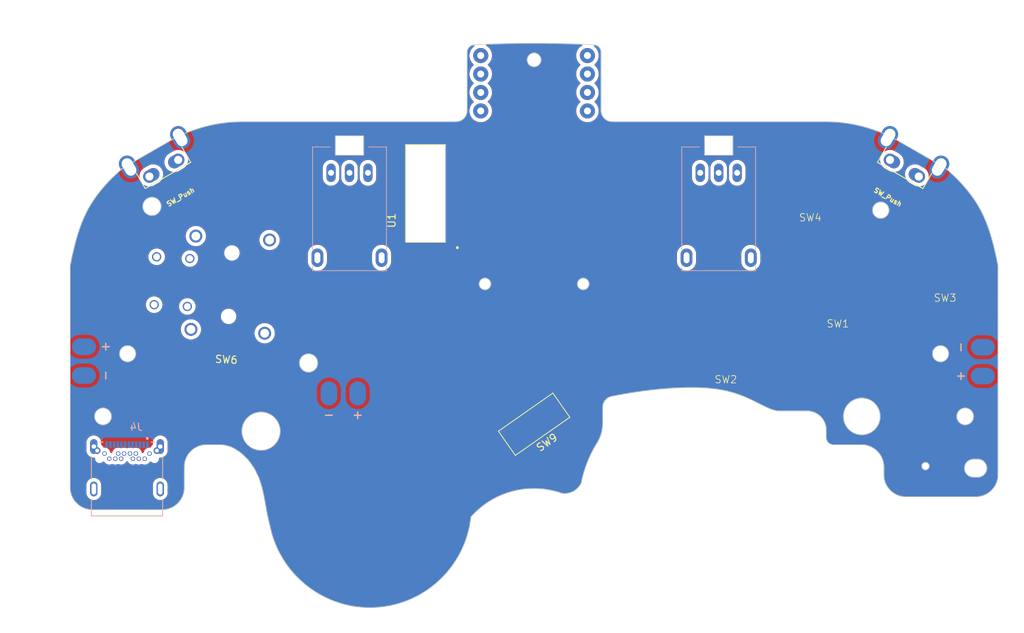
<source format=kicad_pcb>
(kicad_pcb (version 20221018) (generator pcbnew)
  (layers (0 "F.Cu" signal) (31 "B.Cu" signal) (34 "B.Paste" user) (35 "F.Paste" user) (36 "B.SilkS" user "B.Silkscreen") (37 "F.SilkS" user "F.Silkscreen") (38 "B.Mask" user) (39 "F.Mask" user) (44 "Edge.Cuts" user))
  (net 0 "")
  (net 41 "Net-(J4-GND-PadA1)")
  (net 44 "Net-(J4-VBUS-PadA4)")
  (net 59 "Net-(J4-SHIELD-PadSH1)")
  (net 68 "Net-(U1-GND-Pad1)")
  (footprint "hhl:YZ72015053P-01" (layer "F.Cu") (at 211.258657 88.0544)
    (fp_text reference "J7" hide)
    (fp_text value "Conn_01x01_Pin" hide)
  )
  (footprint "hhl:YZ72015053P-01" (layer "F.Cu") (at 225.708657 88.0544)
    (fp_text reference "J8" hide)
    (fp_text value "Conn_01x01_Pin" hide)
  )
  (footprint "hhl:progcc_bpad" (layer "F.Cu") (at 244.457313 124.14254)
    (fp_text reference "SW2")
    (fp_text value "SW_Push" hide)
  )
  (footprint "hhl:YZ72015053P-01" (layer "F.Cu") (at 225.708657 93.0544)
    (fp_text reference "J12" hide)
    (fp_text value "Conn_01x01_Pin" hide)
  )
  (footprint "hhl:YZ72015053P-01" (layer "F.Cu") (at 225.708657 85.5544)
    (fp_text reference "J6" hide)
    (fp_text value "Conn_01x01_Pin" hide)
  )
  (footprint "hhl:YZ72015053P-01" (layer "F.Cu") (at 225.708657 90.5544)
    (fp_text reference "J10" hide)
    (fp_text value "Conn_01x01_Pin" hide)
  )
  (footprint "hhl:progcc_bpad" (layer "F.Cu") (at 259.633657 116.5844)
    (fp_text reference "SW1")
    (fp_text value "SW_Push")
  )
  (footprint "hhl:progcc_dpad" (layer "F.Cu") (at 196.233657 154.3444 180)
    (fp_text reference "SW11" hide)
    (fp_text value "SW_Push" hide)
  )
  (footprint "hhl:progcc_bpad" (layer "F.Cu") (at 274.146617 113.094002)
    (fp_text reference "SW3")
    (fp_text value "SW_Push")
  )
  (footprint "hhl:GL18" (layer "F.Cu") (at 177.333662 116.5844 -3)
    (fp_text reference "SW6")
    (fp_text value "GL18_SW")
  )
  (footprint "hhl:progcc_dpad" (layer "F.Cu") (at 204.083657 146.4944 -90)
    (fp_text reference "SW13" hide)
    (fp_text value "SW_Push" hide)
  )
  (footprint "hhl:YZ72015053P-01" (layer "F.Cu") (at 211.258657 93.0544)
    (fp_text reference "J11" hide)
    (fp_text value "Conn_01x01_Pin" hide)
  )
  (footprint "hhl:Z_Switch_Edge_Omron" (layer "F.Cu") (at 168.332214 100.8094 30)
    (fp_text reference "SW7" hide)
    (fp_text value "SW_Push")
  )
  (footprint "hhl:Z_Switch_Edge_Omron" (layer "F.Cu") (at 268.6351 100.8094 -30)
    (fp_text reference "SW8" hide)
    (fp_text value "SW_Push")
  )
  (footprint "hhl:YZ72015053P-01" (layer "F.Cu") (at 211.258657 90.5544)
    (fp_text reference "J9" hide)
    (fp_text value "Conn_01x01_Pin" hide)
  )
  (footprint "hhl:snes_pad" (layer "F.Cu") (at 218.483657 116.4844)
    (fp_text reference "SW5" hide)
    (fp_text value "SW_Push")
  )
  (footprint "hhl:progcc_dpad" (layer "F.Cu") (at 188.383657 146.4944 90)
    (fp_text reference "SW12" hide)
    (fp_text value "SW_Push" hide)
  )
  (footprint "hhl:progcc_bpad" (layer "F.Cu") (at 255.891532 102.212626)
    (fp_text reference "SW4")
    (fp_text value "SW_Push")
  )
  (footprint "hhl:progcc_dpad" (layer "F.Cu") (at 196.233657 138.6444)
    (fp_text reference "SW10" hide)
    (fp_text value "SW_Push" hide)
  )
  (footprint "hhl:YZ72015053P-01" (layer "F.Cu") (at 211.258657 85.5544)
    (fp_text reference "J5" hide)
    (fp_text value "Conn_01x01_Pin" hide)
  )
  (footprint "hhl:MODULE_ESP32-PICO-MINI-02" (layer "F.Cu") (at 212.09 104.222 90)
    (fp_text reference "U1")
    (fp_text value "ESP32-PICO-MINI-02" hide)
  )
  (footprint "hhl:TS09" (layer "F.Cu") (at 218.483657 135.4844 35)
    (fp_text reference "SW9")
    (fp_text value "TS09-63-25-R-260-SMT")
  )
  (footprint "hhl:CUI_UJ31-CH-G1-SMT-TR" (layer "B.Cu") (at 166.103951 138.249694 180)
    (fp_text reference "J4")
    (fp_text value "UJ31-CH-G1-SMT-TR")
    (fp_line (start -2.05 -0.805) (end -2.05 -0.055) (stroke (width 0.01)) (layer "Edge.Cuts"))
    (fp_line (start -1.45 -0.555) (end -1.3 -0.555) (stroke (width 0.01)) (layer "Edge.Cuts"))
    (fp_line (start -1.45 -0.055) (end -1.45 -0.555) (stroke (width 0.01)) (layer "Edge.Cuts"))
    (fp_line (start -1.3 -1.055) (end -1.75 -1.055) (stroke (width 0.01)) (layer "Edge.Cuts"))
    (fp_line (start 6.8 -0.555) (end 6.95 -0.555) (stroke (width 0.01)) (layer "Edge.Cuts"))
    (fp_line (start 6.95 -0.555) (end 6.95 -0.055) (stroke (width 0.01)) (layer "Edge.Cuts"))
    (fp_line (start 7.25 -1.055) (end 6.8 -1.055) (stroke (width 0.01)) (layer "Edge.Cuts"))
    (fp_line (start 7.55 -0.055) (end 7.55 -0.805) (stroke (width 0.01)) (layer "Edge.Cuts"))
    (fp_arc (start -2.05 -0.805) (mid -1.951777 -0.992132) (end -1.75 -1.055) (stroke (width 0.01)) (layer "Edge.Cuts"))
    (fp_arc (start -1.45 -0.055) (mid -1.75 0.245) (end -2.05 -0.055) (stroke (width 0.01)) (layer "Edge.Cuts"))
    (fp_arc (start -1.3 -1.055) (mid -1.05 -0.805) (end -1.3 -0.555) (stroke (width 0.01)) (layer "Edge.Cuts"))
    (fp_arc (start 6.8 -0.555) (mid 6.55 -0.805) (end 6.8 -1.055) (stroke (width 0.01)) (layer "Edge.Cuts"))
    (fp_arc (start 7.25 -1.055) (mid 7.451777 -0.992132) (end 7.55 -0.805) (stroke (width 0.01)) (layer "Edge.Cuts"))
    (fp_arc (start 7.55 -0.055) (mid 7.25 0.245) (end 6.95 -0.055) (stroke (width 0.01)) (layer "Edge.Cuts"))
  )
  (footprint "hhl:GCC_Slider" (layer "B.Cu") (at 243.483657 101.4344 180)
    (fp_text reference "RV2" hide)
    (fp_text value "Slider_GCC-Gamecube_MB")
  )
  (footprint "hhl:rumble_pins" (layer "B.Cu") (at 193.802 131.318 90)
    (fp_text reference "J1" hide)
    (fp_text value "Rumble" hide)
  )
  (footprint "hhl:rumble_pins" (layer "B.Cu") (at 279.2476 128.1684)
    (fp_text reference "J3" hide)
    (fp_text value "RT" hide)
  )
  (footprint "hhl:rumble_pins" (layer "B.Cu") (at 157.5308 125.7808 180)
    (fp_text reference "J2" hide)
    (fp_text value "LT" hide)
  )
  (footprint "hhl:GCC_Slider" (layer "B.Cu") (at 193.483657 101.4344 180)
    (fp_text reference "RV1" hide)
    (fp_text value "Slider_GCC-Gamecube_MB" hide)
  )
  (gr_circle (center 211.833657 116.4844) (end 211.054832 116.4844) (stroke (width 0.1)) (fill none) (layer "Edge.Cuts"))
  (gr_curve (pts (xy 210.98524 84.058545) (xy 210.766829 84.070956) (xy 210.550668 84.084038) (xy 210.336346 84.09788)) (stroke (width 0.1)) (layer "Edge.Cuts"))
  (gr_curve (pts (xy 228.450425 131.941646) (xy 228.287869 132.049934) (xy 228.148018 132.188938) (xy 228.038744 132.350833)) (stroke (width 0.1)) (layer "Edge.Cuts"))
  (gr_arc (start 281.321867 142.31648) (mid 280.443187 144.4378) (end 278.321867 145.31648) (stroke (width 0.1)) (layer "Edge.Cuts"))
  (gr_arc (start 268.84115 145.31648) (mid 266.719829 144.437801) (end 265.84115 142.31648) (stroke (width 0.1)) (layer "Edge.Cuts"))
  (gr_arc (start 224.868706 143.478091) (mid 223.783102 144.589427) (end 222.251397 144.849207) (stroke (width 0.1)) (layer "Edge.Cuts"))
  (gr_curve (pts (xy 209.475667 84.71615) (xy 209.525103 84.595685) (xy 209.597596 84.486027) (xy 209.689065 84.393349)) (stroke (width 0.1)) (layer "Edge.Cuts"))
  (gr_curve (pts (xy 209.985538 84.186097) (xy 210.096137 84.135611) (xy 210.215021 84.105716) (xy 210.336346 84.09788)) (stroke (width 0.1)) (layer "Edge.Cuts"))
  (gr_circle (center 218.483657 86.139125) (end 217.558657 86.139125) (stroke (width 0.1)) (fill none) (layer "Edge.Cuts"))
  (gr_curve (pts (xy 218.483657 83.889125) (xy 219.717579 83.889125) (xy 220.962698 83.896331) (xy 222.195368 83.920253)) (stroke (width 0.1)) (layer "Edge.Cuts"))
  (gr_line (start 227.566517 92.997189) (end 227.566517 85.095801) (stroke (width 0.1)) (layer "Edge.Cuts"))
  (gr_line (start 257.94167 94.497189) (end 229.066517 94.497189) (stroke (width 0.1)) (layer "Edge.Cuts"))
  (gr_circle (center 225.133657 116.4844) (end 224.354832 116.4844) (stroke (width 0.1)) (fill none) (layer "Edge.Cuts"))
  (gr_curve (pts (xy 277.698333 104.472377) (xy 278.579232 105.662138) (xy 279.11995 106.707329) (xy 279.504817 107.586835)) (stroke (width 0.1)) (layer "Edge.Cuts"))
  (gr_circle (center 271.490173 141.15658) (end 271.990173 141.15658) (stroke (width 0.1)) (fill none) (layer "Edge.Cuts"))
  (gr_curve (pts (xy 228.038744 132.350833) (xy 227.955551 132.474088) (xy 227.891147 132.609031) (xy 227.847648 132.751231)) (stroke (width 0.1)) (layer "Edge.Cuts"))
  (gr_curve (pts (xy 181.179744 142.700619) (xy 180.817555 141.913749) (xy 180.682721 141.658293) (xy 180.53702 141.408821)) (stroke (width 0.1)) (layer "Edge.Cuts"))
  (gr_curve (pts (xy 177.575211 138.627852) (xy 176.905597 138.385261) (xy 176.683248 138.328324) (xy 176.027148 138.270923)) (stroke (width 0.1)) (layer "Edge.Cuts"))
  (gr_curve (pts (xy 182.699386 149.27362) (xy 182.72687 149.408449) (xy 182.757148 149.546503) (xy 182.790585 149.687817)) (stroke (width 0.1)) (layer "Edge.Cuts"))
  (gr_line (start 158.645447 147.06648) (end 168.126164 147.06648) (stroke (width 0.1)) (layer "Edge.Cuts"))
  (gr_arc (start 277.983657 142.63763) (mid 276.780427 141.4344) (end 277.983657 140.23117) (stroke (width 0.1)) (layer "Edge.Cuts"))
  (gr_curve (pts (xy 226.904305 138.215947) (xy 226.941754 138.154398) (xy 226.979619 138.093104) (xy 227.017898 138.03207)) (stroke (width 0.1)) (layer "Edge.Cuts"))
  (gr_curve (pts (xy 218.746843 144.205999) (xy 218.660073 144.20398) (xy 218.573326 144.20296) (xy 218.48662 144.202937)) (stroke (width 0.1)) (layer "Edge.Cuts"))
  (gr_line (start 277.983657 140.23117) (end 278.583657 140.23117) (stroke (width 0.1)) (layer "Edge.Cuts"))
  (gr_line (start 274.119567 100.731685) (end 267.916864 97.162383) (stroke (width 0.1)) (layer "Edge.Cuts"))
  (gr_line (start 207.900797 94.497189) (end 179.025644 94.497189) (stroke (width 0.1)) (layer "Edge.Cuts"))
  (gr_curve (pts (xy 183.592474 152.072652) (xy 183.753899 152.438227) (xy 183.93105 152.796559) (xy 184.123479 153.146811)) (stroke (width 0.1)) (layer "Edge.Cuts"))
  (gr_arc (start 209.400797 92.997189) (mid 208.961458 94.05785) (end 207.900797 94.497189) (stroke (width 0.1)) (layer "Edge.Cuts"))
  (gr_line (start 191.583657 99.0344) (end 191.583657 96.4344) (stroke (width 0.1)) (layer "Edge.Cuts"))
  (gr_line (start 251.641099 133.700615) (end 255.464183 133.700615) (stroke (width 0.1)) (layer "Edge.Cuts"))
  (gr_curve (pts (xy 214.350983 144.966617) (xy 213.046308 145.472242) (xy 211.84653 146.215857) (xy 210.812979 147.159782)) (stroke (width 0.1)) (layer "Edge.Cuts"))
  (gr_line (start 278.583657 142.63763) (end 277.983657 142.63763) (stroke (width 0.1)) (layer "Edge.Cuts"))
  (gr_curve (pts (xy 182.19411 146.945036) (xy 182.039961 146.076155) (xy 181.988599 145.787386) (xy 181.935863 145.499471)) (stroke (width 0.1)) (layer "Edge.Cuts"))
  (gr_arc (start 257.94167 94.497189) (mid 263.104222 95.174972) (end 267.916864 97.162383) (stroke (width 0.1)) (layer "Edge.Cuts"))
  (gr_curve (pts (xy 218.48662 144.202937) (xy 217.072892 144.19661) (xy 215.67029 144.455321) (xy 214.350983 144.966617)) (stroke (width 0.1)) (layer "Edge.Cuts"))
  (gr_curve (pts (xy 237.399724 130.596286) (xy 239.856103 130.452836) (xy 242.3811 130.487536) (xy 244.585609 130.996282)) (stroke (width 0.1)) (layer "Edge.Cuts"))
  (gr_curve (pts (xy 195.095996 160.287545) (xy 196.868072 160.43652) (xy 198.651799 160.240972) (xy 200.349124 159.711751)) (stroke (width 0.1)) (layer "Edge.Cuts"))
  (gr_curve (pts (xy 210.812979 147.159782) (xy 210.612051 147.343286) (xy 210.418107 147.533721) (xy 210.231462 147.730657)) (stroke (width 0.1)) (layer "Edge.Cuts"))
  (gr_curve (pts (xy 227.782036 135.375479) (xy 227.782036 135.843037) (xy 227.716453 136.308292) (xy 227.587206 136.757631)) (stroke (width 0.1)) (layer "Edge.Cuts"))
  (gr_line (start 171.126164 144.06648) (end 171.126164 141.270923) (stroke (width 0.1)) (layer "Edge.Cuts"))
  (gr_curve (pts (xy 222.195368 83.920253) (xy 223.460546 83.944805) (xy 224.724913 83.987106) (xy 225.982074 84.058545)) (stroke (width 0.1)) (layer "Edge.Cuts"))
  (gr_curve (pts (xy 228.986631 131.71939) (xy 231.661586 131.182071) (xy 234.493589 130.766002) (xy 237.399724 130.596286)) (stroke (width 0.1)) (layer "Edge.Cuts"))
  (gr_arc (start 169.05045 97.162383) (mid 173.863092 95.17497) (end 179.025644 94.497189) (stroke (width 0.1)) (layer "Edge.Cuts"))
  (gr_arc (start 259.039183 138.270923) (mid 258.332077 137.978029) (end 258.039183 137.270923) (stroke (width 0.1)) (layer "Edge.Cuts"))
  (gr_circle (center 181.503131 136.425615) (end 178.928131 136.425615) (stroke (width 0.1)) (fill none) (layer "Edge.Cuts"))
  (gr_line (start 174.126164 138.270923) (end 176.027148 138.270923) (stroke (width 0.1)) (layer "Edge.Cuts"))
  (gr_curve (pts (xy 180.53702 141.408821) (xy 180.048417 140.697589) (xy 179.872384 140.471314) (xy 179.687188 140.254247)) (stroke (width 0.1)) (layer "Edge.Cuts"))
  (gr_curve (pts (xy 222.251397 144.849207) (xy 221.12603 144.451387) (xy 219.943303 144.233847) (xy 218.746843 144.205999)) (stroke (width 0.1)) (layer "Edge.Cuts"))
  (gr_curve (pts (xy 224.868706 143.478091) (xy 225.234749 141.623158) (xy 225.921444 139.831345) (xy 226.904305 138.215947)) (stroke (width 0.1)) (layer "Edge.Cuts"))
  (gr_arc (start 171.126164 141.270923) (mid 172.004836 139.14959) (end 174.126164 138.270923) (stroke (width 0.1)) (layer "Edge.Cuts"))
  (gr_curve (pts (xy 225.982074 84.058545) (xy 226.200485 84.070956) (xy 226.416646 84.084038) (xy 226.630968 84.09788)) (stroke (width 0.1)) (layer "Edge.Cuts"))
  (gr_line (start 155.645447 113.9708) (end 155.645447 144.06648) (stroke (width 0.1)) (layer "Edge.Cuts"))
  (gr_curve (pts (xy 248.977801 132.718489) (xy 250.092166 133.286956) (xy 250.976537 133.700615) (xy 251.641099 133.700615)) (stroke (width 0.1)) (layer "Edge.Cuts"))
  (gr_curve (pts (xy 155.645447 113.9708) (xy 156.236131 111.000497) (xy 156.854323 108.698265) (xy 157.898092 106.668915)) (stroke (width 0.1)) (layer "Edge.Cuts"))
  (gr_curve (pts (xy 209.900259 148.421163) (xy 209.918425 148.288315) (xy 209.936591 148.155467) (xy 209.954757 148.022619)) (stroke (width 0.1)) (layer "Edge.Cuts"))
  (gr_curve (pts (xy 228.986631 131.71939) (xy 228.795134 131.757856) (xy 228.612981 131.833358) (xy 228.450425 131.941646)) (stroke (width 0.1)) (layer "Edge.Cuts"))
  (gr_circle (center 163.433657 125.9344) (end 162.347654 125.9344) (stroke (width 0.1)) (fill none) (layer "Edge.Cuts"))
  (gr_curve (pts (xy 178.675042 139.303544) (xy 178.02049 138.864176) (xy 177.79859 138.737898) (xy 177.575211 138.627852)) (stroke (width 0.1)) (layer "Edge.Cuts"))
  (gr_curve (pts (xy 227.587206 136.757631) (xy 227.457958 137.20697) (xy 227.26632 137.635967) (xy 227.017898 138.03207)) (stroke (width 0.1)) (layer "Edge.Cuts"))
  (gr_curve (pts (xy 205.10027 157.115775) (xy 206.490202 155.950178) (xy 207.636444 154.521537) (xy 208.473166 152.912172)) (stroke (width 0.1)) (layer "Edge.Cuts"))
  (gr_curve (pts (xy 274.119567 100.731685) (xy 275.430062 101.83371) (xy 276.678153 103.094503) (xy 277.698333 104.472377)) (stroke (width 0.1)) (layer "Edge.Cuts"))
  (gr_curve (pts (xy 190.208787 158.941441) (xy 191.74073 159.688024) (xy 193.397298 160.144739) (xy 195.095996 160.287545)) (stroke (width 0.1)) (layer "Edge.Cuts"))
  (gr_circle (center 166.727061 105.977799) (end 165.502061 105.977799) (stroke (width 0.1)) (fill none) (layer "Edge.Cuts"))
  (gr_curve (pts (xy 182.483002 148.399454) (xy 182.302363 147.526301) (xy 182.246908 147.235523) (xy 182.19411 146.945036)) (stroke (width 0.1)) (layer "Edge.Cuts"))
  (gr_curve (pts (xy 244.585609 130.996282) (xy 246.299988 131.391919) (xy 247.780575 132.107753) (xy 248.977801 132.718489)) (stroke (width 0.1)) (layer "Edge.Cuts"))
  (gr_curve (pts (xy 182.790585 149.687817) (xy 182.983566 150.5034) (xy 183.251936 151.301445) (xy 183.592474 152.072652)) (stroke (width 0.1)) (layer "Edge.Cuts"))
  (gr_line (start 241.583657 99.0344) (end 241.583657 96.4344) (stroke (width 0.1)) (layer "Edge.Cuts"))
  (gr_curve (pts (xy 208.591238 152.679727) (xy 209.244499 151.362974) (xy 209.68295 149.950214) (xy 209.889966 148.494945)) (stroke (width 0.1)) (layer "Edge.Cuts"))
  (gr_line (start 258.039183 136.275615) (end 258.039183 137.270923) (stroke (width 0.1)) (layer "Edge.Cuts"))
  (gr_circle (center 276.865726 134.42726) (end 275.740726 134.42726) (stroke (width 0.1)) (fill none) (layer "Edge.Cuts"))
  (gr_line (start 265.84115 141.270923) (end 265.84115 142.31648) (stroke (width 0.1)) (layer "Edge.Cuts"))
  (gr_line (start 259.039183 138.270923) (end 262.84115 138.270923) (stroke (width 0.1)) (layer "Edge.Cuts"))
  (gr_line (start 268.84115 145.31648) (end 278.321867 145.31648) (stroke (width 0.1)) (layer "Edge.Cuts"))
  (gr_curve (pts (xy 184.123478 153.146811) (xy 184.712154 154.216168) (xy 185.442441 155.2103) (xy 186.302644 156.101791)) (stroke (width 0.1)) (layer "Edge.Cuts"))
  (gr_circle (center 160.101588 134.42726) (end 158.976588 134.42726) (stroke (width 0.1)) (fill none) (layer "Edge.Cuts"))
  (gr_curve (pts (xy 181.625738 144.076594) (xy 181.377092 143.244127) (xy 181.283132 142.970593) (xy 181.179744 142.700619)) (stroke (width 0.1)) (layer "Edge.Cuts"))
  (gr_circle (center 187.940264 127.191002) (end 186.715264 127.191002) (stroke (width 0.1)) (fill none) (layer "Edge.Cuts"))
  (gr_line (start 209.400797 85.095801) (end 209.400797 92.997189) (stroke (width 0.1)) (layer "Edge.Cuts"))
  (gr_curve (pts (xy 210.231462 147.730657) (xy 210.139227 147.827977) (xy 210.046992 147.925298) (xy 209.954757 148.022619)) (stroke (width 0.1)) (layer "Edge.Cuts"))
  (gr_curve (pts (xy 279.504817 107.586835) (xy 280.254389 109.299775) (xy 280.776596 111.228863) (xy 281.321867 113.9708)) (stroke (width 0.1)) (layer "Edge.Cuts"))
  (gr_line (start 245.383657 96.4344) (end 245.383657 99.0344) (stroke (width 0.1)) (layer "Edge.Cuts"))
  (gr_line (start 281.321867 142.31648) (end 281.321867 113.9708) (stroke (width 0.1)) (layer "Edge.Cuts"))
  (gr_arc (start 229.066517 94.497189) (mid 228.005857 94.057849) (end 227.566517 92.997189) (stroke (width 0.1)) (layer "Edge.Cuts"))
  (gr_arc (start 255.464183 133.700615) (mid 257.284983 134.454815) (end 258.039183 136.275615) (stroke (width 0.1)) (layer "Edge.Cuts"))
  (gr_curve (pts (xy 209.400797 85.095801) (xy 209.400797 84.965586) (xy 209.42623 84.836616) (xy 209.475667 84.71615)) (stroke (width 0.1)) (layer "Edge.Cuts"))
  (gr_curve (pts (xy 157.898092 106.668915) (xy 158.492429 105.513375) (xy 159.831153 103.268407) (xy 162.847747 100.731685)) (stroke (width 0.1)) (layer "Edge.Cuts"))
  (gr_line (start 169.05045 97.162383) (end 162.847747 100.731685) (stroke (width 0.1)) (layer "Edge.Cuts"))
  (gr_line (start 195.383657 96.4344) (end 195.383657 99.0344) (stroke (width 0.1)) (layer "Edge.Cuts"))
  (gr_curve (pts (xy 227.501093 84.740036) (xy 227.544346 84.853659) (xy 227.566517 84.974223) (xy 227.566517 85.095801)) (stroke (width 0.1)) (layer "Edge.Cuts"))
  (gr_arc (start 171.126164 144.06648) (mid 170.247492 146.187816) (end 168.126164 147.06648) (stroke (width 0.1)) (layer "Edge.Cuts"))
  (gr_line (start 195.383657 99.0344) (end 191.583657 99.0344) (stroke (width 0.1)) (layer "Edge.Cuts"))
  (gr_curve (pts (xy 182.699386 149.27362) (xy 182.622204 148.982147) (xy 182.550076 148.690759) (xy 182.483002 148.399454)) (stroke (width 0.1)) (layer "Edge.Cuts"))
  (gr_line (start 227.782036 135.375479) (end 227.782036 133.190014) (stroke (width 0.1)) (layer "Edge.Cuts"))
  (gr_line (start 241.583657 96.4344) (end 245.383657 96.4344) (stroke (width 0.1)) (layer "Edge.Cuts"))
  (gr_curve (pts (xy 227.31338 84.430823) (xy 227.394227 84.521624) (xy 227.45784 84.626413) (xy 227.501093 84.740036)) (stroke (width 0.1)) (layer "Edge.Cuts"))
  (gr_line (start 245.383657 99.0344) (end 241.583657 99.0344) (stroke (width 0.1)) (layer "Edge.Cuts"))
  (gr_curve (pts (xy 227.005004 84.197063) (xy 227.122033 84.25416) (xy 227.22679 84.33357) (xy 227.31338 84.430823)) (stroke (width 0.1)) (layer "Edge.Cuts"))
  (gr_arc (start 158.645447 147.06648) (mid 156.52414 146.187796) (end 155.645447 144.06648) (stroke (width 0.1)) (layer "Edge.Cuts"))
  (gr_curve (pts (xy 209.889966 148.494945) (xy 209.893464 148.470358) (xy 209.896895 148.445764) (xy 209.900259 148.421163)) (stroke (width 0.1)) (layer "Edge.Cuts"))
  (gr_curve (pts (xy 218.483657 83.889125) (xy 217.249735 83.889125) (xy 216.004616 83.896331) (xy 214.771946 83.920253)) (stroke (width 0.1)) (layer "Edge.Cuts"))
  (gr_circle (center 262.865726 134.42726) (end 260.390726 134.42726) (stroke (width 0.1)) (fill none) (layer "Edge.Cuts"))
  (gr_circle (center 265.433657 106.4944) (end 264.333657 106.4944) (stroke (width 0.1)) (fill none) (layer "Edge.Cuts"))
  (gr_curve (pts (xy 181.935863 145.499471) (xy 181.760241 144.642176) (xy 181.695894 144.358436) (xy 181.625738 144.076594)) (stroke (width 0.1)) (layer "Edge.Cuts"))
  (gr_curve (pts (xy 186.302644 156.101791) (xy 187.428768 157.268876) (xy 188.750521 158.230764) (xy 190.208787 158.941441)) (stroke (width 0.1)) (layer "Edge.Cuts"))
  (gr_curve (pts (xy 214.771946 83.920253) (xy 213.506768 83.944805) (xy 212.242401 83.987106) (xy 210.98524 84.058545)) (stroke (width 0.1)) (layer "Edge.Cuts"))
  (gr_curve (pts (xy 200.349124 159.711751) (xy 202.089097 159.169233) (xy 203.703972 158.286711) (xy 205.10027 157.115775)) (stroke (width 0.1)) (layer "Edge.Cuts"))
  (gr_curve (pts (xy 179.687188 140.254247) (xy 179.094008 139.657534) (xy 178.887271 139.474125) (xy 178.675042 139.303544)) (stroke (width 0.1)) (layer "Edge.Cuts"))
  (gr_line (start 191.583657 96.4344) (end 195.383657 96.4344) (stroke (width 0.1)) (layer "Edge.Cuts"))
  (gr_curve (pts (xy 208.473166 152.912172) (xy 208.51327 152.835036) (xy 208.552628 152.757551) (xy 208.591238 152.679727)) (stroke (width 0.1)) (layer "Edge.Cuts"))
  (gr_curve (pts (xy 209.689065 84.393349) (xy 209.774468 84.306818) (xy 209.874938 84.236584) (xy 209.985538 84.186097)) (stroke (width 0.1)) (layer "Edge.Cuts"))
  (gr_curve (pts (xy 226.630968 84.09788) (xy 226.760912 84.106272) (xy 226.887975 84.139965) (xy 227.005004 84.197063)) (stroke (width 0.1)) (layer "Edge.Cuts"))
  (gr_arc (start 278.583657 140.23117) (mid 279.786887 141.4344) (end 278.583657 142.63763) (stroke (width 0.1)) (layer "Edge.Cuts"))
  (gr_arc (start 262.84115 138.270923) (mid 264.962471 139.149602) (end 265.84115 141.270923) (stroke (width 0.1)) (layer "Edge.Cuts"))
  (gr_circle (center 273.533657 125.9344) (end 272.447654 125.9344) (stroke (width 0.1)) (fill none) (layer "Edge.Cuts"))
  (gr_curve (pts (xy 227.847648 132.751231) (xy 227.804149 132.89343) (xy 227.782036 133.041311) (xy 227.782036 133.190014)) (stroke (width 0.1)) (layer "Edge.Cuts"))
  (zone (net 0) (net_name "") (layers "F&B.Cu") (connect_pads (clearance 0.5)) (min_thickness 0.25) (fill yes (thermal_gap 0.5) (thermal_bridge_width 0.5) (island_removal_mode 1) (island_area_min 10))
    (polygon (pts (xy 150.5204 78.0288) (xy 284.3276 78.8924) (xy 284.8356 160.6296) (xy 151.0284 163.7792)))
  )
)
</source>
